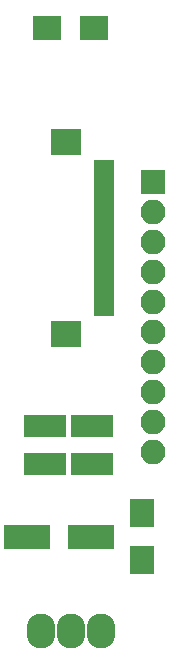
<source format=gbs>
G04 #@! TF.FileFunction,Soldermask,Bot*
%FSLAX46Y46*%
G04 Gerber Fmt 4.6, Leading zero omitted, Abs format (unit mm)*
G04 Created by KiCad (PCBNEW 4.0.7-e2-6376~58~ubuntu16.04.1) date Wed Jun 20 22:12:30 2018*
%MOMM*%
%LPD*%
G01*
G04 APERTURE LIST*
%ADD10C,0.100000*%
%ADD11R,3.900000X2.000000*%
%ADD12R,3.600000X1.900000*%
%ADD13R,2.000000X2.400000*%
%ADD14R,2.400000X2.100000*%
%ADD15O,2.432000X2.940000*%
%ADD16R,2.100000X2.100000*%
%ADD17O,2.100000X2.100000*%
%ADD18R,2.600000X2.200000*%
%ADD19R,1.700000X0.700000*%
G04 APERTURE END LIST*
D10*
D11*
X167300000Y-94050000D03*
X172700000Y-94050000D03*
D12*
X168800000Y-84700000D03*
X172800000Y-84700000D03*
X168800000Y-87900000D03*
X172800000Y-87900000D03*
D13*
X177000000Y-92000000D03*
X177000000Y-96000000D03*
D14*
X169000000Y-51000000D03*
X173000000Y-51000000D03*
D15*
X171000000Y-102000000D03*
X173540000Y-102000000D03*
X168460000Y-102000000D03*
D16*
X178000000Y-64000000D03*
D17*
X178000000Y-66540000D03*
X178000000Y-69080000D03*
X178000000Y-71620000D03*
X178000000Y-74160000D03*
X178000000Y-76700000D03*
X178000000Y-79240000D03*
X178000000Y-81780000D03*
X178000000Y-84320000D03*
X178000000Y-86860000D03*
D18*
X170600000Y-76880000D03*
X170600000Y-60580000D03*
D19*
X173850000Y-62480000D03*
X173850000Y-62980000D03*
X173850000Y-63480000D03*
X173850000Y-63980000D03*
X173850000Y-64480000D03*
X173850000Y-64980000D03*
X173850000Y-65480000D03*
X173850000Y-65980000D03*
X173850000Y-66480000D03*
X173850000Y-66980000D03*
X173850000Y-67480000D03*
X173850000Y-67980000D03*
X173850000Y-68480000D03*
X173850000Y-68980000D03*
X173850000Y-69480000D03*
X173850000Y-69980000D03*
X173850000Y-70480000D03*
X173850000Y-70980000D03*
X173850000Y-71480000D03*
X173850000Y-71980000D03*
X173850000Y-72480000D03*
X173850000Y-72980000D03*
X173850000Y-73480000D03*
X173850000Y-73980000D03*
X173850000Y-74480000D03*
X173850000Y-74980000D03*
M02*

</source>
